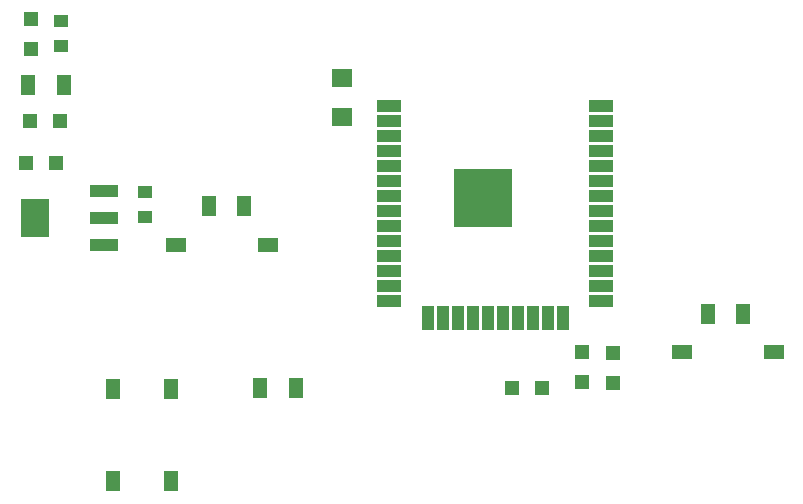
<source format=gtp>
G04*
G04 #@! TF.GenerationSoftware,Altium Limited,Altium Designer,21.9.2 (33)*
G04*
G04 Layer_Color=8421504*
%FSTAX24Y24*%
%MOIN*%
G70*
G04*
G04 #@! TF.SameCoordinates,9AA07E9A-BA48-4811-965E-F14F798923DF*
G04*
G04*
G04 #@! TF.FilePolarity,Positive*
G04*
G01*
G75*
%ADD18R,0.0709X0.0472*%
%ADD19R,0.0472X0.0709*%
%ADD20R,0.0787X0.0394*%
%ADD21R,0.1969X0.1969*%
%ADD22R,0.0394X0.0787*%
%ADD23R,0.0650X0.0600*%
%ADD24R,0.0945X0.0394*%
%ADD25R,0.0945X0.1299*%
%ADD26R,0.0472X0.0512*%
%ADD27R,0.0512X0.0650*%
%ADD28R,0.0512X0.0394*%
%ADD29R,0.0512X0.0472*%
D18*
X041651Y067343D02*
D03*
X038585D02*
D03*
X058508Y063776D02*
D03*
X055442D02*
D03*
D19*
X036496Y062522D02*
D03*
Y059456D02*
D03*
X038425D02*
D03*
Y062522D02*
D03*
D20*
X045679Y070978D02*
D03*
Y070478D02*
D03*
Y071978D02*
D03*
Y071478D02*
D03*
Y069978D02*
D03*
Y068478D02*
D03*
Y068978D02*
D03*
Y069478D02*
D03*
Y065478D02*
D03*
Y065978D02*
D03*
Y066478D02*
D03*
Y066978D02*
D03*
Y067478D02*
D03*
Y067978D02*
D03*
X052766Y065478D02*
D03*
Y065978D02*
D03*
Y066478D02*
D03*
Y066978D02*
D03*
Y067478D02*
D03*
Y067978D02*
D03*
Y068478D02*
D03*
Y068978D02*
D03*
Y069478D02*
D03*
Y069978D02*
D03*
Y070478D02*
D03*
Y070978D02*
D03*
Y071478D02*
D03*
Y071978D02*
D03*
D21*
X048819Y068898D02*
D03*
D22*
X050972Y064887D02*
D03*
X050472D02*
D03*
X049972D02*
D03*
X049472D02*
D03*
X048972D02*
D03*
X048472D02*
D03*
X047972D02*
D03*
X047472D02*
D03*
X046972D02*
D03*
X051472D02*
D03*
D23*
X044134Y071594D02*
D03*
Y072894D02*
D03*
D24*
X036181Y067323D02*
D03*
Y068228D02*
D03*
Y069134D02*
D03*
D25*
X033898Y068228D02*
D03*
D26*
X049803Y062575D02*
D03*
X050803D02*
D03*
X034713Y071457D02*
D03*
X033713D02*
D03*
X033594Y070079D02*
D03*
X034594D02*
D03*
D27*
X05749Y065049D02*
D03*
X056309D02*
D03*
X033661Y072677D02*
D03*
X034843D02*
D03*
X042584Y062559D02*
D03*
X041403D02*
D03*
X040866Y068622D02*
D03*
X039685D02*
D03*
D28*
X034764Y074803D02*
D03*
Y073973D02*
D03*
X037559Y069094D02*
D03*
Y068264D02*
D03*
D29*
X03374Y07487D02*
D03*
Y07387D02*
D03*
X052126Y062768D02*
D03*
Y063768D02*
D03*
X05315Y063728D02*
D03*
Y062728D02*
D03*
M02*

</source>
